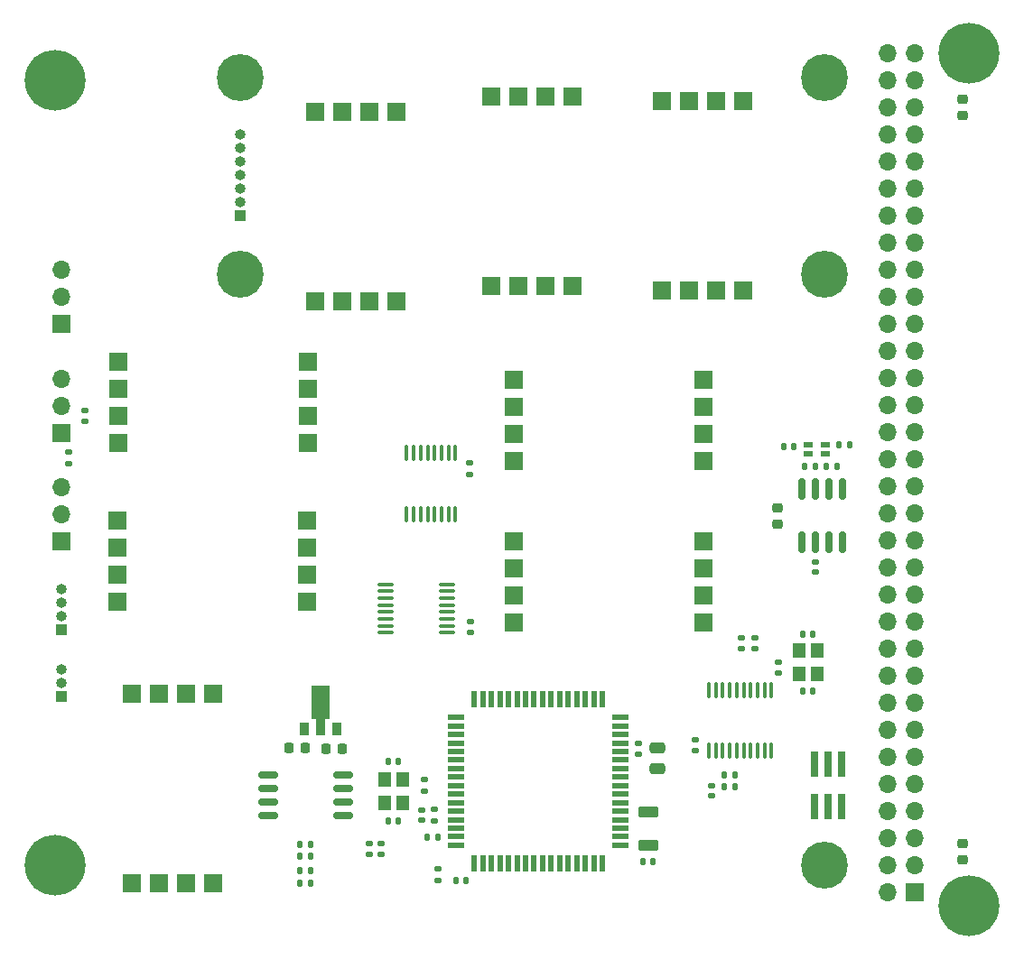
<source format=gbr>
%TF.GenerationSoftware,KiCad,Pcbnew,(6.0.0)*%
%TF.CreationDate,2022-01-29T18:53:07+09:00*%
%TF.ProjectId,ykts-payload,796b7473-2d70-4617-996c-6f61642e6b69,A4*%
%TF.SameCoordinates,Original*%
%TF.FileFunction,Soldermask,Bot*%
%TF.FilePolarity,Negative*%
%FSLAX46Y46*%
G04 Gerber Fmt 4.6, Leading zero omitted, Abs format (unit mm)*
G04 Created by KiCad (PCBNEW (6.0.0)) date 2022-01-29 18:53:07*
%MOMM*%
%LPD*%
G01*
G04 APERTURE LIST*
G04 Aperture macros list*
%AMRoundRect*
0 Rectangle with rounded corners*
0 $1 Rounding radius*
0 $2 $3 $4 $5 $6 $7 $8 $9 X,Y pos of 4 corners*
0 Add a 4 corners polygon primitive as box body*
4,1,4,$2,$3,$4,$5,$6,$7,$8,$9,$2,$3,0*
0 Add four circle primitives for the rounded corners*
1,1,$1+$1,$2,$3*
1,1,$1+$1,$4,$5*
1,1,$1+$1,$6,$7*
1,1,$1+$1,$8,$9*
0 Add four rect primitives between the rounded corners*
20,1,$1+$1,$2,$3,$4,$5,0*
20,1,$1+$1,$4,$5,$6,$7,0*
20,1,$1+$1,$6,$7,$8,$9,0*
20,1,$1+$1,$8,$9,$2,$3,0*%
%AMFreePoly0*
4,1,9,3.862500,-0.866500,0.737500,-0.866500,0.737500,-0.450000,-0.737500,-0.450000,-0.737500,0.450000,0.737500,0.450000,0.737500,0.866500,3.862500,0.866500,3.862500,-0.866500,3.862500,-0.866500,$1*%
G04 Aperture macros list end*
%ADD10RoundRect,0.150000X0.800000X0.150000X-0.800000X0.150000X-0.800000X-0.150000X0.800000X-0.150000X0*%
%ADD11C,5.700000*%
%ADD12R,1.700000X1.700000*%
%ADD13O,1.700000X1.700000*%
%ADD14C,4.400000*%
%ADD15R,1.000000X1.000000*%
%ADD16O,1.000000X1.000000*%
%ADD17RoundRect,0.135000X0.185000X-0.135000X0.185000X0.135000X-0.185000X0.135000X-0.185000X-0.135000X0*%
%ADD18RoundRect,0.140000X0.140000X0.170000X-0.140000X0.170000X-0.140000X-0.170000X0.140000X-0.170000X0*%
%ADD19RoundRect,0.025500X0.354500X-0.229500X0.354500X0.229500X-0.354500X0.229500X-0.354500X-0.229500X0*%
%ADD20RoundRect,0.100000X-0.100000X0.637500X-0.100000X-0.637500X0.100000X-0.637500X0.100000X0.637500X0*%
%ADD21RoundRect,0.140000X-0.140000X-0.170000X0.140000X-0.170000X0.140000X0.170000X-0.140000X0.170000X0*%
%ADD22R,1.200000X1.400000*%
%ADD23RoundRect,0.135000X0.135000X0.185000X-0.135000X0.185000X-0.135000X-0.185000X0.135000X-0.185000X0*%
%ADD24RoundRect,0.135000X-0.185000X0.135000X-0.185000X-0.135000X0.185000X-0.135000X0.185000X0.135000X0*%
%ADD25RoundRect,0.100000X0.637500X0.100000X-0.637500X0.100000X-0.637500X-0.100000X0.637500X-0.100000X0*%
%ADD26RoundRect,0.140000X-0.170000X0.140000X-0.170000X-0.140000X0.170000X-0.140000X0.170000X0.140000X0*%
%ADD27RoundRect,0.250000X-0.700000X0.275000X-0.700000X-0.275000X0.700000X-0.275000X0.700000X0.275000X0*%
%ADD28R,0.550000X1.500000*%
%ADD29R,1.500000X0.550000*%
%ADD30RoundRect,0.225000X-0.225000X-0.250000X0.225000X-0.250000X0.225000X0.250000X-0.225000X0.250000X0*%
%ADD31RoundRect,0.135000X-0.135000X-0.185000X0.135000X-0.185000X0.135000X0.185000X-0.135000X0.185000X0*%
%ADD32RoundRect,0.225000X-0.250000X0.225000X-0.250000X-0.225000X0.250000X-0.225000X0.250000X0.225000X0*%
%ADD33RoundRect,0.147500X-0.147500X-0.172500X0.147500X-0.172500X0.147500X0.172500X-0.147500X0.172500X0*%
%ADD34R,0.900000X1.300000*%
%ADD35FreePoly0,90.000000*%
%ADD36RoundRect,0.225000X0.225000X0.250000X-0.225000X0.250000X-0.225000X-0.250000X0.225000X-0.250000X0*%
%ADD37RoundRect,0.150000X0.150000X-0.825000X0.150000X0.825000X-0.150000X0.825000X-0.150000X-0.825000X0*%
%ADD38RoundRect,0.140000X0.170000X-0.140000X0.170000X0.140000X-0.170000X0.140000X-0.170000X-0.140000X0*%
%ADD39RoundRect,0.250000X-0.475000X0.250000X-0.475000X-0.250000X0.475000X-0.250000X0.475000X0.250000X0*%
%ADD40RoundRect,0.225000X0.250000X-0.225000X0.250000X0.225000X-0.250000X0.225000X-0.250000X-0.225000X0*%
%ADD41R,0.740000X2.400000*%
G04 APERTURE END LIST*
D10*
%TO.C,U11*%
X120975000Y-132461000D03*
X120975000Y-133731000D03*
X120975000Y-135001000D03*
X120975000Y-136271000D03*
X113975000Y-136271000D03*
X113975000Y-135001000D03*
X113975000Y-133731000D03*
X113975000Y-132461000D03*
%TD*%
D11*
%TO.C,H1*%
X179705000Y-144780000D03*
%TD*%
%TO.C,H2*%
X179705000Y-64770000D03*
%TD*%
%TO.C,H3*%
X93980000Y-67310000D03*
%TD*%
%TO.C,H4*%
X93980000Y-140970000D03*
%TD*%
D12*
%TO.C,J3*%
X174625000Y-143510000D03*
D13*
X172085000Y-143510000D03*
X174625000Y-140970000D03*
X172085000Y-140970000D03*
X174625000Y-138430000D03*
X172085000Y-138430000D03*
X174625000Y-135890000D03*
X172085000Y-135890000D03*
X174625000Y-133350000D03*
X172085000Y-133350000D03*
X174625000Y-130810000D03*
X172085000Y-130810000D03*
X174625000Y-128270000D03*
X172085000Y-128270000D03*
X174625000Y-125730000D03*
X172085000Y-125730000D03*
X174625000Y-123190000D03*
X172085000Y-123190000D03*
X174625000Y-120650000D03*
X172085000Y-120650000D03*
X174625000Y-118110000D03*
X172085000Y-118110000D03*
X174625000Y-115570000D03*
X172085000Y-115570000D03*
X174625000Y-113030000D03*
X172085000Y-113030000D03*
X174625000Y-110490000D03*
X172085000Y-110490000D03*
X174625000Y-107950000D03*
X172085000Y-107950000D03*
X174625000Y-105410000D03*
X172085000Y-105410000D03*
X174625000Y-102870000D03*
X172085000Y-102870000D03*
X174625000Y-100330000D03*
X172085000Y-100330000D03*
X174625000Y-97790000D03*
X172085000Y-97790000D03*
X174625000Y-95250000D03*
X172085000Y-95250000D03*
X174625000Y-92710000D03*
X172085000Y-92710000D03*
X174625000Y-90170000D03*
X172085000Y-90170000D03*
X174625000Y-87630000D03*
X172085000Y-87630000D03*
X174625000Y-85090000D03*
X172085000Y-85090000D03*
X174625000Y-82550000D03*
X172085000Y-82550000D03*
X174625000Y-80010000D03*
X172085000Y-80010000D03*
X174625000Y-77470000D03*
X172085000Y-77470000D03*
X174625000Y-74930000D03*
X172085000Y-74930000D03*
X174625000Y-72390000D03*
X172085000Y-72390000D03*
X174625000Y-69850000D03*
X172085000Y-69850000D03*
X174625000Y-67310000D03*
X172085000Y-67310000D03*
X174625000Y-64770000D03*
X172085000Y-64770000D03*
%TD*%
D12*
%TO.C,J7*%
X94615000Y-90170000D03*
D13*
X94615000Y-87630000D03*
X94615000Y-85090000D03*
%TD*%
D14*
%TO.C,H5*%
X111379000Y-85471000D03*
%TD*%
%TO.C,H6*%
X111379000Y-67056000D03*
%TD*%
%TO.C,H7*%
X166116000Y-67056000D03*
%TD*%
%TO.C,H8*%
X166116000Y-85471000D03*
%TD*%
D15*
%TO.C,J2*%
X111379000Y-80010000D03*
D16*
X111379000Y-78740000D03*
X111379000Y-77470000D03*
X111379000Y-76200000D03*
X111379000Y-74930000D03*
X111379000Y-73660000D03*
X111379000Y-72390000D03*
%TD*%
D15*
%TO.C,J5*%
X94615000Y-118867000D03*
D16*
X94615000Y-117597000D03*
X94615000Y-116327000D03*
X94615000Y-115057000D03*
%TD*%
D14*
%TO.C,H9*%
X166116000Y-140970000D03*
%TD*%
D12*
%TO.C,J1*%
X94615000Y-110602000D03*
D13*
X94615000Y-108062000D03*
X94615000Y-105522000D03*
%TD*%
D12*
%TO.C,J9*%
X94615000Y-100442000D03*
D13*
X94615000Y-97902000D03*
X94615000Y-95362000D03*
%TD*%
D15*
%TO.C,J4*%
X94615000Y-125095000D03*
D16*
X94615000Y-123825000D03*
X94615000Y-122555000D03*
%TD*%
D17*
%TO.C,R39*%
X124587000Y-139956000D03*
X124587000Y-138936000D03*
%TD*%
D18*
%TO.C,CH4*%
X163294000Y-101671000D03*
X162334000Y-101671000D03*
%TD*%
D19*
%TO.C,FL2*%
X166260000Y-102360000D03*
X164590000Y-102360000D03*
X164590000Y-101490000D03*
X166260000Y-101490000D03*
%TD*%
D20*
%TO.C,U16*%
X126985600Y-102293500D03*
X127635600Y-102293500D03*
X128285600Y-102293500D03*
X128935600Y-102293500D03*
X129585600Y-102293500D03*
X130235600Y-102293500D03*
X130885600Y-102293500D03*
X131535600Y-102293500D03*
X131535600Y-108018500D03*
X130885600Y-108018500D03*
X130235600Y-108018500D03*
X129585600Y-108018500D03*
X128935600Y-108018500D03*
X128285600Y-108018500D03*
X127635600Y-108018500D03*
X126985600Y-108018500D03*
%TD*%
D17*
%TO.C,R25*%
X158369000Y-120652000D03*
X158369000Y-119632000D03*
%TD*%
D21*
%TO.C,C26*%
X164112000Y-124587000D03*
X165072000Y-124587000D03*
%TD*%
D22*
%TO.C,Y3*%
X126580000Y-132885000D03*
X126580000Y-135085000D03*
X124880000Y-135085000D03*
X124880000Y-132885000D03*
%TD*%
D17*
%TO.C,R46*%
X161798000Y-122938000D03*
X161798000Y-121918000D03*
%TD*%
%TO.C,R31*%
X129540000Y-136781000D03*
X129540000Y-135761000D03*
%TD*%
D12*
%TO.C,N12*%
X137033000Y-95402400D03*
X137033000Y-97942400D03*
X137033000Y-100482400D03*
X137033000Y-103022400D03*
X154813000Y-95402400D03*
X154813000Y-97942400D03*
X154813000Y-100482400D03*
X154813000Y-103022400D03*
%TD*%
D23*
%TO.C,R38*%
X117947900Y-140143500D03*
X116927900Y-140143500D03*
%TD*%
D24*
%TO.C,R42*%
X123444000Y-138936000D03*
X123444000Y-139956000D03*
%TD*%
D25*
%TO.C,U15*%
X130751500Y-114615800D03*
X130751500Y-115265800D03*
X130751500Y-115915800D03*
X130751500Y-116565800D03*
X130751500Y-117215800D03*
X130751500Y-117865800D03*
X130751500Y-118515800D03*
X130751500Y-119165800D03*
X125026500Y-119165800D03*
X125026500Y-118515800D03*
X125026500Y-117865800D03*
X125026500Y-117215800D03*
X125026500Y-116565800D03*
X125026500Y-115915800D03*
X125026500Y-115265800D03*
X125026500Y-114615800D03*
%TD*%
D26*
%TO.C,C18*%
X128397000Y-135791000D03*
X128397000Y-136751000D03*
%TD*%
%TO.C,C29*%
X155575000Y-133505000D03*
X155575000Y-134465000D03*
%TD*%
D27*
%TO.C,L2*%
X149606000Y-135966000D03*
X149606000Y-139116000D03*
%TD*%
D23*
%TO.C,R37*%
X117945900Y-142620000D03*
X116925900Y-142620000D03*
%TD*%
D21*
%TO.C,CH3*%
X166342000Y-103576000D03*
X167302000Y-103576000D03*
%TD*%
D12*
%TO.C,N13*%
X118364000Y-88011000D03*
X120904000Y-88011000D03*
X123444000Y-88011000D03*
X125984000Y-88011000D03*
X118364000Y-70231000D03*
X120904000Y-70231000D03*
X123444000Y-70231000D03*
X125984000Y-70231000D03*
%TD*%
D24*
%TO.C,R36*%
X129921000Y-141349000D03*
X129921000Y-142369000D03*
%TD*%
D12*
%TO.C,N10*%
X108839000Y-124917200D03*
X106299000Y-124917200D03*
X103759000Y-124917200D03*
X101219000Y-124917200D03*
X108839000Y-142697200D03*
X106299000Y-142697200D03*
X103759000Y-142697200D03*
X101219000Y-142697200D03*
%TD*%
D23*
%TO.C,R48*%
X157736000Y-133604000D03*
X156716000Y-133604000D03*
%TD*%
D18*
%TO.C,C25*%
X165072000Y-119253000D03*
X164112000Y-119253000D03*
%TD*%
D28*
%TO.C,U9*%
X145319000Y-140796000D03*
X144519000Y-140796000D03*
X143719000Y-140796000D03*
X142919000Y-140796000D03*
X142119000Y-140796000D03*
X141319000Y-140796000D03*
X140519000Y-140796000D03*
X139719000Y-140796000D03*
X138919000Y-140796000D03*
X138119000Y-140796000D03*
X137319000Y-140796000D03*
X136519000Y-140796000D03*
X135719000Y-140796000D03*
X134919000Y-140796000D03*
X134119000Y-140796000D03*
X133319000Y-140796000D03*
D29*
X131619000Y-139096000D03*
X131619000Y-138296000D03*
X131619000Y-137496000D03*
X131619000Y-136696000D03*
X131619000Y-135896000D03*
X131619000Y-135096000D03*
X131619000Y-134296000D03*
X131619000Y-133496000D03*
X131619000Y-132696000D03*
X131619000Y-131896000D03*
X131619000Y-131096000D03*
X131619000Y-130296000D03*
X131619000Y-129496000D03*
X131619000Y-128696000D03*
X131619000Y-127896000D03*
X131619000Y-127096000D03*
D28*
X133319000Y-125396000D03*
X134119000Y-125396000D03*
X134919000Y-125396000D03*
X135719000Y-125396000D03*
X136519000Y-125396000D03*
X137319000Y-125396000D03*
X138119000Y-125396000D03*
X138919000Y-125396000D03*
X139719000Y-125396000D03*
X140519000Y-125396000D03*
X141319000Y-125396000D03*
X142119000Y-125396000D03*
X142919000Y-125396000D03*
X143719000Y-125396000D03*
X144519000Y-125396000D03*
X145319000Y-125396000D03*
D29*
X147019000Y-127096000D03*
X147019000Y-127896000D03*
X147019000Y-128696000D03*
X147019000Y-129496000D03*
X147019000Y-130296000D03*
X147019000Y-131096000D03*
X147019000Y-131896000D03*
X147019000Y-132696000D03*
X147019000Y-133496000D03*
X147019000Y-134296000D03*
X147019000Y-135096000D03*
X147019000Y-135896000D03*
X147019000Y-136696000D03*
X147019000Y-137496000D03*
X147019000Y-138296000D03*
X147019000Y-139096000D03*
%TD*%
D30*
%TO.C,C23*%
X119367000Y-130048000D03*
X120917000Y-130048000D03*
%TD*%
D31*
%TO.C,R47*%
X156716000Y-132461000D03*
X157736000Y-132461000D03*
%TD*%
D32*
%TO.C,C24*%
X179070000Y-138925000D03*
X179070000Y-140475000D03*
%TD*%
D17*
%TO.C,R35*%
X95250000Y-103253000D03*
X95250000Y-102233000D03*
%TD*%
D24*
%TO.C,R32*%
X128651000Y-132967000D03*
X128651000Y-133987000D03*
%TD*%
D20*
%TO.C,U13*%
X155317000Y-124518500D03*
X155967000Y-124518500D03*
X156617000Y-124518500D03*
X157267000Y-124518500D03*
X157917000Y-124518500D03*
X158567000Y-124518500D03*
X159217000Y-124518500D03*
X159867000Y-124518500D03*
X160517000Y-124518500D03*
X161167000Y-124518500D03*
X161167000Y-130243500D03*
X160517000Y-130243500D03*
X159867000Y-130243500D03*
X159217000Y-130243500D03*
X158567000Y-130243500D03*
X157917000Y-130243500D03*
X157267000Y-130243500D03*
X156617000Y-130243500D03*
X155967000Y-130243500D03*
X155317000Y-130243500D03*
%TD*%
D33*
%TO.C,D6*%
X131595000Y-142367000D03*
X132565000Y-142367000D03*
%TD*%
D12*
%TO.C,N9*%
X117678200Y-101346000D03*
X117678200Y-98806000D03*
X117678200Y-96266000D03*
X117678200Y-93726000D03*
X99898200Y-101346000D03*
X99898200Y-98806000D03*
X99898200Y-96266000D03*
X99898200Y-93726000D03*
%TD*%
D24*
%TO.C,R43*%
X159639000Y-119632000D03*
X159639000Y-120652000D03*
%TD*%
D18*
%TO.C,CL3*%
X165270000Y-103576000D03*
X164310000Y-103576000D03*
%TD*%
D21*
%TO.C,CL4*%
X167541000Y-101544000D03*
X168501000Y-101544000D03*
%TD*%
D34*
%TO.C,U10*%
X120397400Y-128142000D03*
D35*
X118897400Y-128054500D03*
D34*
X117397400Y-128142000D03*
%TD*%
D21*
%TO.C,C17*%
X125250000Y-136779000D03*
X126210000Y-136779000D03*
%TD*%
D31*
%TO.C,R41*%
X116927900Y-139000500D03*
X117947900Y-139000500D03*
%TD*%
D12*
%TO.C,N11*%
X136982200Y-110540800D03*
X136982200Y-113080800D03*
X136982200Y-115620800D03*
X136982200Y-118160800D03*
X154762200Y-110540800D03*
X154762200Y-113080800D03*
X154762200Y-115620800D03*
X154762200Y-118160800D03*
%TD*%
D36*
%TO.C,C22*%
X117450900Y-129983500D03*
X115900900Y-129983500D03*
%TD*%
D12*
%TO.C,N14*%
X150876000Y-86995000D03*
X153416000Y-86995000D03*
X155956000Y-86995000D03*
X158496000Y-86995000D03*
X150876000Y-69215000D03*
X153416000Y-69215000D03*
X155956000Y-69215000D03*
X158496000Y-69215000D03*
%TD*%
D26*
%TO.C,C30*%
X165298000Y-112494000D03*
X165298000Y-113454000D03*
%TD*%
D21*
%TO.C,C20*%
X149126000Y-140589000D03*
X150086000Y-140589000D03*
%TD*%
D17*
%TO.C,R49*%
X132969000Y-119128000D03*
X132969000Y-118108000D03*
%TD*%
D12*
%TO.C,N15*%
X117627400Y-116230400D03*
X117627400Y-113690400D03*
X117627400Y-111150400D03*
X117627400Y-108610400D03*
X99847400Y-116230400D03*
X99847400Y-113690400D03*
X99847400Y-111150400D03*
X99847400Y-108610400D03*
%TD*%
D37*
%TO.C,U14*%
X167838000Y-110623000D03*
X166568000Y-110623000D03*
X165298000Y-110623000D03*
X164028000Y-110623000D03*
X164028000Y-105673000D03*
X165298000Y-105673000D03*
X166568000Y-105673000D03*
X167838000Y-105673000D03*
%TD*%
D38*
%TO.C,C27*%
X154051000Y-130175000D03*
X154051000Y-129215000D03*
%TD*%
D22*
%TO.C,Y4*%
X163742000Y-123020000D03*
X163742000Y-120820000D03*
X165442000Y-120820000D03*
X165442000Y-123020000D03*
%TD*%
D24*
%TO.C,R34*%
X96774000Y-98296000D03*
X96774000Y-99316000D03*
%TD*%
D23*
%TO.C,R33*%
X129923000Y-138303000D03*
X128903000Y-138303000D03*
%TD*%
D32*
%TO.C,C28*%
X161742000Y-107453000D03*
X161742000Y-109003000D03*
%TD*%
D24*
%TO.C,R50*%
X132842000Y-103249000D03*
X132842000Y-104269000D03*
%TD*%
D18*
%TO.C,C16*%
X126210000Y-131191000D03*
X125250000Y-131191000D03*
%TD*%
D26*
%TO.C,C19*%
X148717000Y-129568000D03*
X148717000Y-130528000D03*
%TD*%
D39*
%TO.C,C21*%
X150495000Y-129987000D03*
X150495000Y-131887000D03*
%TD*%
D40*
%TO.C,C31*%
X179070000Y-70625000D03*
X179070000Y-69075000D03*
%TD*%
D31*
%TO.C,R40*%
X116925900Y-141477000D03*
X117945900Y-141477000D03*
%TD*%
D12*
%TO.C,N16*%
X134874000Y-86614000D03*
X137414000Y-86614000D03*
X139954000Y-86614000D03*
X142494000Y-86614000D03*
X134874000Y-68834000D03*
X137414000Y-68834000D03*
X139954000Y-68834000D03*
X142494000Y-68834000D03*
%TD*%
D41*
%TO.C,J8*%
X165227000Y-131527000D03*
X165227000Y-135427000D03*
X166497000Y-131527000D03*
X166497000Y-135427000D03*
X167767000Y-131527000D03*
X167767000Y-135427000D03*
%TD*%
M02*

</source>
